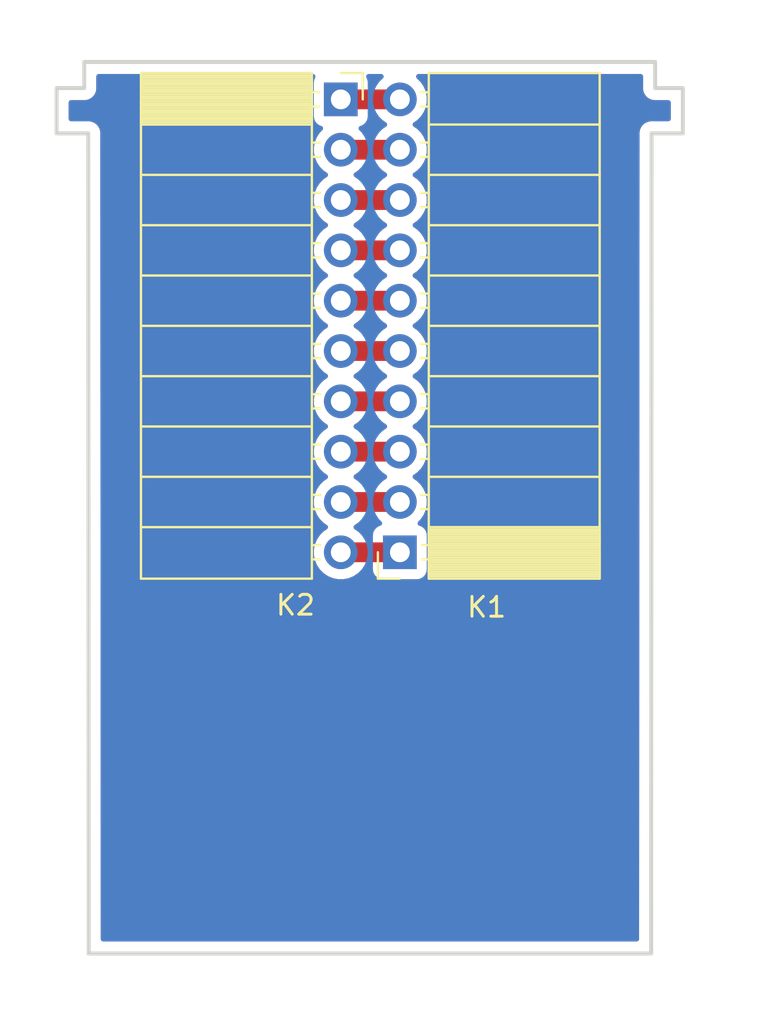
<source format=kicad_pcb>
(kicad_pcb (version 20171130) (host pcbnew "(5.1.8)-1")

  (general
    (thickness 1.6)
    (drawings 15)
    (tracks 10)
    (zones 0)
    (modules 2)
    (nets 11)
  )

  (page A4)
  (layers
    (0 F.Cu signal)
    (31 B.Cu signal)
    (32 B.Adhes user)
    (33 F.Adhes user)
    (34 B.Paste user)
    (35 F.Paste user)
    (36 B.SilkS user)
    (37 F.SilkS user)
    (38 B.Mask user)
    (39 F.Mask user)
    (40 Dwgs.User user)
    (41 Cmts.User user)
    (42 Eco1.User user)
    (43 Eco2.User user)
    (44 Edge.Cuts user)
    (45 Margin user)
    (46 B.CrtYd user)
    (47 F.CrtYd user)
    (48 B.Fab user)
    (49 F.Fab user hide)
  )

  (setup
    (last_trace_width 0.25)
    (user_trace_width 0.25)
    (user_trace_width 0.5)
    (user_trace_width 1)
    (trace_clearance 0.2)
    (zone_clearance 0.508)
    (zone_45_only no)
    (trace_min 0.2)
    (via_size 0.8)
    (via_drill 0.4)
    (via_min_size 0.4)
    (via_min_drill 0.3)
    (uvia_size 0.3)
    (uvia_drill 0.1)
    (uvias_allowed no)
    (uvia_min_size 0.2)
    (uvia_min_drill 0.1)
    (edge_width 0.1)
    (segment_width 0.2)
    (pcb_text_width 0.3)
    (pcb_text_size 1.5 1.5)
    (mod_edge_width 0.15)
    (mod_text_size 1 1)
    (mod_text_width 0.15)
    (pad_size 1.524 1.524)
    (pad_drill 0.762)
    (pad_to_mask_clearance 0)
    (aux_axis_origin 0 0)
    (visible_elements 7FFFFFFF)
    (pcbplotparams
      (layerselection 0x010fc_ffffffff)
      (usegerberextensions false)
      (usegerberattributes true)
      (usegerberadvancedattributes true)
      (creategerberjobfile true)
      (excludeedgelayer true)
      (linewidth 0.100000)
      (plotframeref false)
      (viasonmask false)
      (mode 1)
      (useauxorigin false)
      (hpglpennumber 1)
      (hpglpenspeed 20)
      (hpglpendiameter 15.000000)
      (psnegative false)
      (psa4output false)
      (plotreference true)
      (plotvalue true)
      (plotinvisibletext false)
      (padsonsilk false)
      (subtractmaskfromsilk false)
      (outputformat 1)
      (mirror false)
      (drillshape 1)
      (scaleselection 1)
      (outputdirectory ""))
  )

  (net 0 "")
  (net 1 "Net-(K1-Pad10)")
  (net 2 "Net-(K1-Pad9)")
  (net 3 "Net-(K1-Pad8)")
  (net 4 "Net-(K1-Pad7)")
  (net 5 "Net-(K1-Pad6)")
  (net 6 "Net-(K1-Pad5)")
  (net 7 "Net-(K1-Pad4)")
  (net 8 "Net-(K1-Pad3)")
  (net 9 "Net-(K1-Pad2)")
  (net 10 "Net-(K1-Pad1)")

  (net_class Default "Dies ist die voreingestellte Netzklasse."
    (clearance 0.2)
    (trace_width 0.25)
    (via_dia 0.8)
    (via_drill 0.4)
    (uvia_dia 0.3)
    (uvia_drill 0.1)
    (add_net "Net-(K1-Pad1)")
    (add_net "Net-(K1-Pad10)")
    (add_net "Net-(K1-Pad2)")
    (add_net "Net-(K1-Pad3)")
    (add_net "Net-(K1-Pad4)")
    (add_net "Net-(K1-Pad5)")
    (add_net "Net-(K1-Pad6)")
    (add_net "Net-(K1-Pad7)")
    (add_net "Net-(K1-Pad8)")
    (add_net "Net-(K1-Pad9)")
  )

  (module Connector_PinSocket_2.54mm:PinSocket_1x10_P2.54mm_Horizontal (layer F.Cu) (tedit 5A19A425) (tstamp 617030C4)
    (at 65.405 27.4955)
    (descr "Through hole angled socket strip, 1x10, 2.54mm pitch, 8.51mm socket length, single row (from Kicad 4.0.7), script generated")
    (tags "Through hole angled socket strip THT 1x10 2.54mm single row")
    (path /6169A75F)
    (fp_text reference K2 (at -2.286 25.527) (layer F.SilkS)
      (effects (font (size 1 1) (thickness 0.15)))
    )
    (fp_text value Conn_01x10 (at -5.1435 -2.794) (layer F.Fab)
      (effects (font (size 1 1) (thickness 0.15)))
    )
    (fp_line (start 1.75 24.65) (end 1.75 -1.75) (layer F.CrtYd) (width 0.05))
    (fp_line (start -10.55 24.65) (end 1.75 24.65) (layer F.CrtYd) (width 0.05))
    (fp_line (start -10.55 -1.75) (end -10.55 24.65) (layer F.CrtYd) (width 0.05))
    (fp_line (start 1.75 -1.75) (end -10.55 -1.75) (layer F.CrtYd) (width 0.05))
    (fp_line (start 0 -1.33) (end 1.11 -1.33) (layer F.SilkS) (width 0.12))
    (fp_line (start 1.11 -1.33) (end 1.11 0) (layer F.SilkS) (width 0.12))
    (fp_line (start -10.09 -1.33) (end -10.09 24.19) (layer F.SilkS) (width 0.12))
    (fp_line (start -10.09 24.19) (end -1.46 24.19) (layer F.SilkS) (width 0.12))
    (fp_line (start -1.46 -1.33) (end -1.46 24.19) (layer F.SilkS) (width 0.12))
    (fp_line (start -10.09 -1.33) (end -1.46 -1.33) (layer F.SilkS) (width 0.12))
    (fp_line (start -10.09 21.59) (end -1.46 21.59) (layer F.SilkS) (width 0.12))
    (fp_line (start -10.09 19.05) (end -1.46 19.05) (layer F.SilkS) (width 0.12))
    (fp_line (start -10.09 16.51) (end -1.46 16.51) (layer F.SilkS) (width 0.12))
    (fp_line (start -10.09 13.97) (end -1.46 13.97) (layer F.SilkS) (width 0.12))
    (fp_line (start -10.09 11.43) (end -1.46 11.43) (layer F.SilkS) (width 0.12))
    (fp_line (start -10.09 8.89) (end -1.46 8.89) (layer F.SilkS) (width 0.12))
    (fp_line (start -10.09 6.35) (end -1.46 6.35) (layer F.SilkS) (width 0.12))
    (fp_line (start -10.09 3.81) (end -1.46 3.81) (layer F.SilkS) (width 0.12))
    (fp_line (start -10.09 1.27) (end -1.46 1.27) (layer F.SilkS) (width 0.12))
    (fp_line (start -1.46 23.22) (end -1.05 23.22) (layer F.SilkS) (width 0.12))
    (fp_line (start -1.46 22.5) (end -1.05 22.5) (layer F.SilkS) (width 0.12))
    (fp_line (start -1.46 20.68) (end -1.05 20.68) (layer F.SilkS) (width 0.12))
    (fp_line (start -1.46 19.96) (end -1.05 19.96) (layer F.SilkS) (width 0.12))
    (fp_line (start -1.46 18.14) (end -1.05 18.14) (layer F.SilkS) (width 0.12))
    (fp_line (start -1.46 17.42) (end -1.05 17.42) (layer F.SilkS) (width 0.12))
    (fp_line (start -1.46 15.6) (end -1.05 15.6) (layer F.SilkS) (width 0.12))
    (fp_line (start -1.46 14.88) (end -1.05 14.88) (layer F.SilkS) (width 0.12))
    (fp_line (start -1.46 13.06) (end -1.05 13.06) (layer F.SilkS) (width 0.12))
    (fp_line (start -1.46 12.34) (end -1.05 12.34) (layer F.SilkS) (width 0.12))
    (fp_line (start -1.46 10.52) (end -1.05 10.52) (layer F.SilkS) (width 0.12))
    (fp_line (start -1.46 9.8) (end -1.05 9.8) (layer F.SilkS) (width 0.12))
    (fp_line (start -1.46 7.98) (end -1.05 7.98) (layer F.SilkS) (width 0.12))
    (fp_line (start -1.46 7.26) (end -1.05 7.26) (layer F.SilkS) (width 0.12))
    (fp_line (start -1.46 5.44) (end -1.05 5.44) (layer F.SilkS) (width 0.12))
    (fp_line (start -1.46 4.72) (end -1.05 4.72) (layer F.SilkS) (width 0.12))
    (fp_line (start -1.46 2.9) (end -1.05 2.9) (layer F.SilkS) (width 0.12))
    (fp_line (start -1.46 2.18) (end -1.05 2.18) (layer F.SilkS) (width 0.12))
    (fp_line (start -1.46 0.36) (end -1.11 0.36) (layer F.SilkS) (width 0.12))
    (fp_line (start -1.46 -0.36) (end -1.11 -0.36) (layer F.SilkS) (width 0.12))
    (fp_line (start -10.09 1.1519) (end -1.46 1.1519) (layer F.SilkS) (width 0.12))
    (fp_line (start -10.09 1.033805) (end -1.46 1.033805) (layer F.SilkS) (width 0.12))
    (fp_line (start -10.09 0.91571) (end -1.46 0.91571) (layer F.SilkS) (width 0.12))
    (fp_line (start -10.09 0.797615) (end -1.46 0.797615) (layer F.SilkS) (width 0.12))
    (fp_line (start -10.09 0.67952) (end -1.46 0.67952) (layer F.SilkS) (width 0.12))
    (fp_line (start -10.09 0.561425) (end -1.46 0.561425) (layer F.SilkS) (width 0.12))
    (fp_line (start -10.09 0.44333) (end -1.46 0.44333) (layer F.SilkS) (width 0.12))
    (fp_line (start -10.09 0.325235) (end -1.46 0.325235) (layer F.SilkS) (width 0.12))
    (fp_line (start -10.09 0.20714) (end -1.46 0.20714) (layer F.SilkS) (width 0.12))
    (fp_line (start -10.09 0.089045) (end -1.46 0.089045) (layer F.SilkS) (width 0.12))
    (fp_line (start -10.09 -0.02905) (end -1.46 -0.02905) (layer F.SilkS) (width 0.12))
    (fp_line (start -10.09 -0.147145) (end -1.46 -0.147145) (layer F.SilkS) (width 0.12))
    (fp_line (start -10.09 -0.26524) (end -1.46 -0.26524) (layer F.SilkS) (width 0.12))
    (fp_line (start -10.09 -0.383335) (end -1.46 -0.383335) (layer F.SilkS) (width 0.12))
    (fp_line (start -10.09 -0.50143) (end -1.46 -0.50143) (layer F.SilkS) (width 0.12))
    (fp_line (start -10.09 -0.619525) (end -1.46 -0.619525) (layer F.SilkS) (width 0.12))
    (fp_line (start -10.09 -0.73762) (end -1.46 -0.73762) (layer F.SilkS) (width 0.12))
    (fp_line (start -10.09 -0.855715) (end -1.46 -0.855715) (layer F.SilkS) (width 0.12))
    (fp_line (start -10.09 -0.97381) (end -1.46 -0.97381) (layer F.SilkS) (width 0.12))
    (fp_line (start -10.09 -1.091905) (end -1.46 -1.091905) (layer F.SilkS) (width 0.12))
    (fp_line (start -10.09 -1.21) (end -1.46 -1.21) (layer F.SilkS) (width 0.12))
    (fp_line (start 0 23.16) (end 0 22.56) (layer F.Fab) (width 0.1))
    (fp_line (start -1.52 23.16) (end 0 23.16) (layer F.Fab) (width 0.1))
    (fp_line (start 0 22.56) (end -1.52 22.56) (layer F.Fab) (width 0.1))
    (fp_line (start 0 20.62) (end 0 20.02) (layer F.Fab) (width 0.1))
    (fp_line (start -1.52 20.62) (end 0 20.62) (layer F.Fab) (width 0.1))
    (fp_line (start 0 20.02) (end -1.52 20.02) (layer F.Fab) (width 0.1))
    (fp_line (start 0 18.08) (end 0 17.48) (layer F.Fab) (width 0.1))
    (fp_line (start -1.52 18.08) (end 0 18.08) (layer F.Fab) (width 0.1))
    (fp_line (start 0 17.48) (end -1.52 17.48) (layer F.Fab) (width 0.1))
    (fp_line (start 0 15.54) (end 0 14.94) (layer F.Fab) (width 0.1))
    (fp_line (start -1.52 15.54) (end 0 15.54) (layer F.Fab) (width 0.1))
    (fp_line (start 0 14.94) (end -1.52 14.94) (layer F.Fab) (width 0.1))
    (fp_line (start 0 13) (end 0 12.4) (layer F.Fab) (width 0.1))
    (fp_line (start -1.52 13) (end 0 13) (layer F.Fab) (width 0.1))
    (fp_line (start 0 12.4) (end -1.52 12.4) (layer F.Fab) (width 0.1))
    (fp_line (start 0 10.46) (end 0 9.86) (layer F.Fab) (width 0.1))
    (fp_line (start -1.52 10.46) (end 0 10.46) (layer F.Fab) (width 0.1))
    (fp_line (start 0 9.86) (end -1.52 9.86) (layer F.Fab) (width 0.1))
    (fp_line (start 0 7.92) (end 0 7.32) (layer F.Fab) (width 0.1))
    (fp_line (start -1.52 7.92) (end 0 7.92) (layer F.Fab) (width 0.1))
    (fp_line (start 0 7.32) (end -1.52 7.32) (layer F.Fab) (width 0.1))
    (fp_line (start 0 5.38) (end 0 4.78) (layer F.Fab) (width 0.1))
    (fp_line (start -1.52 5.38) (end 0 5.38) (layer F.Fab) (width 0.1))
    (fp_line (start 0 4.78) (end -1.52 4.78) (layer F.Fab) (width 0.1))
    (fp_line (start 0 2.84) (end 0 2.24) (layer F.Fab) (width 0.1))
    (fp_line (start -1.52 2.84) (end 0 2.84) (layer F.Fab) (width 0.1))
    (fp_line (start 0 2.24) (end -1.52 2.24) (layer F.Fab) (width 0.1))
    (fp_line (start 0 0.3) (end 0 -0.3) (layer F.Fab) (width 0.1))
    (fp_line (start -1.52 0.3) (end 0 0.3) (layer F.Fab) (width 0.1))
    (fp_line (start 0 -0.3) (end -1.52 -0.3) (layer F.Fab) (width 0.1))
    (fp_line (start -10.03 24.13) (end -10.03 -1.27) (layer F.Fab) (width 0.1))
    (fp_line (start -1.52 24.13) (end -10.03 24.13) (layer F.Fab) (width 0.1))
    (fp_line (start -1.52 -0.3) (end -1.52 24.13) (layer F.Fab) (width 0.1))
    (fp_line (start -2.49 -1.27) (end -1.52 -0.3) (layer F.Fab) (width 0.1))
    (fp_line (start -10.03 -1.27) (end -2.49 -1.27) (layer F.Fab) (width 0.1))
    (fp_text user %R (at -5.775 11.43 90) (layer F.Fab)
      (effects (font (size 1 1) (thickness 0.15)))
    )
    (pad 10 thru_hole oval (at 0 22.86) (size 1.7 1.7) (drill 1) (layers *.Cu *.Mask)
      (net 10 "Net-(K1-Pad1)"))
    (pad 9 thru_hole oval (at 0 20.32) (size 1.7 1.7) (drill 1) (layers *.Cu *.Mask)
      (net 9 "Net-(K1-Pad2)"))
    (pad 8 thru_hole oval (at 0 17.78) (size 1.7 1.7) (drill 1) (layers *.Cu *.Mask)
      (net 8 "Net-(K1-Pad3)"))
    (pad 7 thru_hole oval (at 0 15.24) (size 1.7 1.7) (drill 1) (layers *.Cu *.Mask)
      (net 7 "Net-(K1-Pad4)"))
    (pad 6 thru_hole oval (at 0 12.7) (size 1.7 1.7) (drill 1) (layers *.Cu *.Mask)
      (net 6 "Net-(K1-Pad5)"))
    (pad 5 thru_hole oval (at 0 10.16) (size 1.7 1.7) (drill 1) (layers *.Cu *.Mask)
      (net 5 "Net-(K1-Pad6)"))
    (pad 4 thru_hole oval (at 0 7.62) (size 1.7 1.7) (drill 1) (layers *.Cu *.Mask)
      (net 4 "Net-(K1-Pad7)"))
    (pad 3 thru_hole oval (at 0 5.08) (size 1.7 1.7) (drill 1) (layers *.Cu *.Mask)
      (net 3 "Net-(K1-Pad8)"))
    (pad 2 thru_hole oval (at 0 2.54) (size 1.7 1.7) (drill 1) (layers *.Cu *.Mask)
      (net 2 "Net-(K1-Pad9)"))
    (pad 1 thru_hole rect (at 0 0) (size 1.7 1.7) (drill 1) (layers *.Cu *.Mask)
      (net 1 "Net-(K1-Pad10)"))
    (model ${KISYS3DMOD}/Connector_PinSocket_2.54mm.3dshapes/PinSocket_1x10_P2.54mm_Horizontal.wrl
      (at (xyz 0 0 0))
      (scale (xyz 1 1 1))
      (rotate (xyz 0 0 0))
    )
  )

  (module Connector_PinSocket_2.54mm:PinSocket_1x10_P2.54mm_Horizontal (layer F.Cu) (tedit 5A19A425) (tstamp 61703056)
    (at 68.3895 50.3555 180)
    (descr "Through hole angled socket strip, 1x10, 2.54mm pitch, 8.51mm socket length, single row (from Kicad 4.0.7), script generated")
    (tags "Through hole angled socket strip THT 1x10 2.54mm single row")
    (path /6168CA93)
    (fp_text reference K1 (at -4.38 -2.77) (layer F.SilkS)
      (effects (font (size 1 1) (thickness 0.15)))
    )
    (fp_text value Conn_01x10 (at -4.38 25.63) (layer F.Fab)
      (effects (font (size 1 1) (thickness 0.15)))
    )
    (fp_line (start 1.75 24.65) (end 1.75 -1.75) (layer F.CrtYd) (width 0.05))
    (fp_line (start -10.55 24.65) (end 1.75 24.65) (layer F.CrtYd) (width 0.05))
    (fp_line (start -10.55 -1.75) (end -10.55 24.65) (layer F.CrtYd) (width 0.05))
    (fp_line (start 1.75 -1.75) (end -10.55 -1.75) (layer F.CrtYd) (width 0.05))
    (fp_line (start 0 -1.33) (end 1.11 -1.33) (layer F.SilkS) (width 0.12))
    (fp_line (start 1.11 -1.33) (end 1.11 0) (layer F.SilkS) (width 0.12))
    (fp_line (start -10.09 -1.33) (end -10.09 24.19) (layer F.SilkS) (width 0.12))
    (fp_line (start -10.09 24.19) (end -1.46 24.19) (layer F.SilkS) (width 0.12))
    (fp_line (start -1.46 -1.33) (end -1.46 24.19) (layer F.SilkS) (width 0.12))
    (fp_line (start -10.09 -1.33) (end -1.46 -1.33) (layer F.SilkS) (width 0.12))
    (fp_line (start -10.09 21.59) (end -1.46 21.59) (layer F.SilkS) (width 0.12))
    (fp_line (start -10.09 19.05) (end -1.46 19.05) (layer F.SilkS) (width 0.12))
    (fp_line (start -10.09 16.51) (end -1.46 16.51) (layer F.SilkS) (width 0.12))
    (fp_line (start -10.09 13.97) (end -1.46 13.97) (layer F.SilkS) (width 0.12))
    (fp_line (start -10.09 11.43) (end -1.46 11.43) (layer F.SilkS) (width 0.12))
    (fp_line (start -10.09 8.89) (end -1.46 8.89) (layer F.SilkS) (width 0.12))
    (fp_line (start -10.09 6.35) (end -1.46 6.35) (layer F.SilkS) (width 0.12))
    (fp_line (start -10.09 3.81) (end -1.46 3.81) (layer F.SilkS) (width 0.12))
    (fp_line (start -10.09 1.27) (end -1.46 1.27) (layer F.SilkS) (width 0.12))
    (fp_line (start -1.46 23.22) (end -1.05 23.22) (layer F.SilkS) (width 0.12))
    (fp_line (start -1.46 22.5) (end -1.05 22.5) (layer F.SilkS) (width 0.12))
    (fp_line (start -1.46 20.68) (end -1.05 20.68) (layer F.SilkS) (width 0.12))
    (fp_line (start -1.46 19.96) (end -1.05 19.96) (layer F.SilkS) (width 0.12))
    (fp_line (start -1.46 18.14) (end -1.05 18.14) (layer F.SilkS) (width 0.12))
    (fp_line (start -1.46 17.42) (end -1.05 17.42) (layer F.SilkS) (width 0.12))
    (fp_line (start -1.46 15.6) (end -1.05 15.6) (layer F.SilkS) (width 0.12))
    (fp_line (start -1.46 14.88) (end -1.05 14.88) (layer F.SilkS) (width 0.12))
    (fp_line (start -1.46 13.06) (end -1.05 13.06) (layer F.SilkS) (width 0.12))
    (fp_line (start -1.46 12.34) (end -1.05 12.34) (layer F.SilkS) (width 0.12))
    (fp_line (start -1.46 10.52) (end -1.05 10.52) (layer F.SilkS) (width 0.12))
    (fp_line (start -1.46 9.8) (end -1.05 9.8) (layer F.SilkS) (width 0.12))
    (fp_line (start -1.46 7.98) (end -1.05 7.98) (layer F.SilkS) (width 0.12))
    (fp_line (start -1.46 7.26) (end -1.05 7.26) (layer F.SilkS) (width 0.12))
    (fp_line (start -1.46 5.44) (end -1.05 5.44) (layer F.SilkS) (width 0.12))
    (fp_line (start -1.46 4.72) (end -1.05 4.72) (layer F.SilkS) (width 0.12))
    (fp_line (start -1.46 2.9) (end -1.05 2.9) (layer F.SilkS) (width 0.12))
    (fp_line (start -1.46 2.18) (end -1.05 2.18) (layer F.SilkS) (width 0.12))
    (fp_line (start -1.46 0.36) (end -1.11 0.36) (layer F.SilkS) (width 0.12))
    (fp_line (start -1.46 -0.36) (end -1.11 -0.36) (layer F.SilkS) (width 0.12))
    (fp_line (start -10.09 1.1519) (end -1.46 1.1519) (layer F.SilkS) (width 0.12))
    (fp_line (start -10.09 1.033805) (end -1.46 1.033805) (layer F.SilkS) (width 0.12))
    (fp_line (start -10.09 0.91571) (end -1.46 0.91571) (layer F.SilkS) (width 0.12))
    (fp_line (start -10.09 0.797615) (end -1.46 0.797615) (layer F.SilkS) (width 0.12))
    (fp_line (start -10.09 0.67952) (end -1.46 0.67952) (layer F.SilkS) (width 0.12))
    (fp_line (start -10.09 0.561425) (end -1.46 0.561425) (layer F.SilkS) (width 0.12))
    (fp_line (start -10.09 0.44333) (end -1.46 0.44333) (layer F.SilkS) (width 0.12))
    (fp_line (start -10.09 0.325235) (end -1.46 0.325235) (layer F.SilkS) (width 0.12))
    (fp_line (start -10.09 0.20714) (end -1.46 0.20714) (layer F.SilkS) (width 0.12))
    (fp_line (start -10.09 0.089045) (end -1.46 0.089045) (layer F.SilkS) (width 0.12))
    (fp_line (start -10.09 -0.02905) (end -1.46 -0.02905) (layer F.SilkS) (width 0.12))
    (fp_line (start -10.09 -0.147145) (end -1.46 -0.147145) (layer F.SilkS) (width 0.12))
    (fp_line (start -10.09 -0.26524) (end -1.46 -0.26524) (layer F.SilkS) (width 0.12))
    (fp_line (start -10.09 -0.383335) (end -1.46 -0.383335) (layer F.SilkS) (width 0.12))
    (fp_line (start -10.09 -0.50143) (end -1.46 -0.50143) (layer F.SilkS) (width 0.12))
    (fp_line (start -10.09 -0.619525) (end -1.46 -0.619525) (layer F.SilkS) (width 0.12))
    (fp_line (start -10.09 -0.73762) (end -1.46 -0.73762) (layer F.SilkS) (width 0.12))
    (fp_line (start -10.09 -0.855715) (end -1.46 -0.855715) (layer F.SilkS) (width 0.12))
    (fp_line (start -10.09 -0.97381) (end -1.46 -0.97381) (layer F.SilkS) (width 0.12))
    (fp_line (start -10.09 -1.091905) (end -1.46 -1.091905) (layer F.SilkS) (width 0.12))
    (fp_line (start -10.09 -1.21) (end -1.46 -1.21) (layer F.SilkS) (width 0.12))
    (fp_line (start 0 23.16) (end 0 22.56) (layer F.Fab) (width 0.1))
    (fp_line (start -1.52 23.16) (end 0 23.16) (layer F.Fab) (width 0.1))
    (fp_line (start 0 22.56) (end -1.52 22.56) (layer F.Fab) (width 0.1))
    (fp_line (start 0 20.62) (end 0 20.02) (layer F.Fab) (width 0.1))
    (fp_line (start -1.52 20.62) (end 0 20.62) (layer F.Fab) (width 0.1))
    (fp_line (start 0 20.02) (end -1.52 20.02) (layer F.Fab) (width 0.1))
    (fp_line (start 0 18.08) (end 0 17.48) (layer F.Fab) (width 0.1))
    (fp_line (start -1.52 18.08) (end 0 18.08) (layer F.Fab) (width 0.1))
    (fp_line (start 0 17.48) (end -1.52 17.48) (layer F.Fab) (width 0.1))
    (fp_line (start 0 15.54) (end 0 14.94) (layer F.Fab) (width 0.1))
    (fp_line (start -1.52 15.54) (end 0 15.54) (layer F.Fab) (width 0.1))
    (fp_line (start 0 14.94) (end -1.52 14.94) (layer F.Fab) (width 0.1))
    (fp_line (start 0 13) (end 0 12.4) (layer F.Fab) (width 0.1))
    (fp_line (start -1.52 13) (end 0 13) (layer F.Fab) (width 0.1))
    (fp_line (start 0 12.4) (end -1.52 12.4) (layer F.Fab) (width 0.1))
    (fp_line (start 0 10.46) (end 0 9.86) (layer F.Fab) (width 0.1))
    (fp_line (start -1.52 10.46) (end 0 10.46) (layer F.Fab) (width 0.1))
    (fp_line (start 0 9.86) (end -1.52 9.86) (layer F.Fab) (width 0.1))
    (fp_line (start 0 7.92) (end 0 7.32) (layer F.Fab) (width 0.1))
    (fp_line (start -1.52 7.92) (end 0 7.92) (layer F.Fab) (width 0.1))
    (fp_line (start 0 7.32) (end -1.52 7.32) (layer F.Fab) (width 0.1))
    (fp_line (start 0 5.38) (end 0 4.78) (layer F.Fab) (width 0.1))
    (fp_line (start -1.52 5.38) (end 0 5.38) (layer F.Fab) (width 0.1))
    (fp_line (start 0 4.78) (end -1.52 4.78) (layer F.Fab) (width 0.1))
    (fp_line (start 0 2.84) (end 0 2.24) (layer F.Fab) (width 0.1))
    (fp_line (start -1.52 2.84) (end 0 2.84) (layer F.Fab) (width 0.1))
    (fp_line (start 0 2.24) (end -1.52 2.24) (layer F.Fab) (width 0.1))
    (fp_line (start 0 0.3) (end 0 -0.3) (layer F.Fab) (width 0.1))
    (fp_line (start -1.52 0.3) (end 0 0.3) (layer F.Fab) (width 0.1))
    (fp_line (start 0 -0.3) (end -1.52 -0.3) (layer F.Fab) (width 0.1))
    (fp_line (start -10.03 24.13) (end -10.03 -1.27) (layer F.Fab) (width 0.1))
    (fp_line (start -1.52 24.13) (end -10.03 24.13) (layer F.Fab) (width 0.1))
    (fp_line (start -1.52 -0.3) (end -1.52 24.13) (layer F.Fab) (width 0.1))
    (fp_line (start -2.49 -1.27) (end -1.52 -0.3) (layer F.Fab) (width 0.1))
    (fp_line (start -10.03 -1.27) (end -2.49 -1.27) (layer F.Fab) (width 0.1))
    (fp_text user %R (at -5.775 11.43 90) (layer F.Fab)
      (effects (font (size 1 1) (thickness 0.15)))
    )
    (pad 10 thru_hole oval (at 0 22.86 180) (size 1.7 1.7) (drill 1) (layers *.Cu *.Mask)
      (net 1 "Net-(K1-Pad10)"))
    (pad 9 thru_hole oval (at 0 20.32 180) (size 1.7 1.7) (drill 1) (layers *.Cu *.Mask)
      (net 2 "Net-(K1-Pad9)"))
    (pad 8 thru_hole oval (at 0 17.78 180) (size 1.7 1.7) (drill 1) (layers *.Cu *.Mask)
      (net 3 "Net-(K1-Pad8)"))
    (pad 7 thru_hole oval (at 0 15.24 180) (size 1.7 1.7) (drill 1) (layers *.Cu *.Mask)
      (net 4 "Net-(K1-Pad7)"))
    (pad 6 thru_hole oval (at 0 12.7 180) (size 1.7 1.7) (drill 1) (layers *.Cu *.Mask)
      (net 5 "Net-(K1-Pad6)"))
    (pad 5 thru_hole oval (at 0 10.16 180) (size 1.7 1.7) (drill 1) (layers *.Cu *.Mask)
      (net 6 "Net-(K1-Pad5)"))
    (pad 4 thru_hole oval (at 0 7.62 180) (size 1.7 1.7) (drill 1) (layers *.Cu *.Mask)
      (net 7 "Net-(K1-Pad4)"))
    (pad 3 thru_hole oval (at 0 5.08 180) (size 1.7 1.7) (drill 1) (layers *.Cu *.Mask)
      (net 8 "Net-(K1-Pad3)"))
    (pad 2 thru_hole oval (at 0 2.54 180) (size 1.7 1.7) (drill 1) (layers *.Cu *.Mask)
      (net 9 "Net-(K1-Pad2)"))
    (pad 1 thru_hole rect (at 0 0 180) (size 1.7 1.7) (drill 1) (layers *.Cu *.Mask)
      (net 10 "Net-(K1-Pad1)"))
    (model ${KISYS3DMOD}/Connector_PinSocket_2.54mm.3dshapes/PinSocket_1x10_P2.54mm_Horizontal.wrl
      (at (xyz 0 0 0))
      (scale (xyz 1 1 1))
      (rotate (xyz 0 0 0))
    )
  )

  (gr_line (start 51.054 29.21) (end 51.054 26.924) (layer Edge.Cuts) (width 0.2) (tstamp 618BD0F2))
  (gr_line (start 81.28 26.8986) (end 50.5714 26.8986) (layer F.Fab) (width 0.15))
  (gr_line (start 51.054 26.924) (end 52.451 26.924) (layer Edge.Cuts) (width 0.2) (tstamp 618BD098))
  (gr_line (start 52.451 25.607) (end 52.451 26.924) (layer Edge.Cuts) (width 0.2) (tstamp 618BD090))
  (gr_line (start 81.09966 29.21) (end 82.677 29.21) (layer Edge.Cuts) (width 0.2))
  (gr_line (start 81.28 26.924) (end 82.677 26.924) (layer Edge.Cuts) (width 0.2))
  (gr_line (start 81.28 25.607) (end 81.28 26.924) (layer Edge.Cuts) (width 0.2))
  (gr_line (start 52.705 37.465) (end 55.245 37.465) (layer F.Fab) (width 0.15))
  (gr_line (start 81.0895 38.1) (end 78.5495 38.1) (layer F.Fab) (width 0.15))
  (gr_line (start 52.677 70.607001) (end 81.077 70.607) (layer Edge.Cuts) (width 0.2))
  (gr_line (start 81.28 25.607) (end 52.451 25.607) (layer Edge.Cuts) (width 0.2))
  (gr_line (start 81.077 70.607) (end 81.09966 29.21) (layer Edge.Cuts) (width 0.2))
  (gr_line (start 52.677 70.607001) (end 52.654 29.21) (layer Edge.Cuts) (width 0.2))
  (gr_line (start 52.654 29.21) (end 51.054 29.21) (layer Edge.Cuts) (width 0.2))
  (gr_line (start 82.677 29.21) (end 82.677 26.924) (layer Edge.Cuts) (width 0.2))

  (segment (start 68.3895 27.4955) (end 65.405 27.4955) (width 1) (layer F.Cu) (net 1))
  (segment (start 68.3895 30.0355) (end 65.405 30.0355) (width 1) (layer F.Cu) (net 2))
  (segment (start 65.405 32.5755) (end 68.3895 32.5755) (width 1) (layer F.Cu) (net 3))
  (segment (start 65.405 35.1155) (end 68.3895 35.1155) (width 1) (layer F.Cu) (net 4))
  (segment (start 68.3895 37.6555) (end 65.405 37.6555) (width 1) (layer F.Cu) (net 5))
  (segment (start 65.405 40.1955) (end 68.3895 40.1955) (width 1) (layer F.Cu) (net 6))
  (segment (start 68.3895 42.7355) (end 65.405 42.7355) (width 1) (layer F.Cu) (net 7))
  (segment (start 65.405 45.2755) (end 68.3895 45.2755) (width 1) (layer F.Cu) (net 8))
  (segment (start 65.405 47.8155) (end 68.3895 47.8155) (width 1) (layer F.Cu) (net 9))
  (segment (start 68.3895 50.3555) (end 65.405 50.3555) (width 1) (layer F.Cu) (net 10))

  (zone (net 0) (net_name "") (layer F.Cu) (tstamp 61703DD3) (hatch edge 0.508)
    (connect_pads (clearance 0.508))
    (min_thickness 0.254)
    (fill yes (arc_segments 32) (thermal_gap 0.508) (thermal_bridge_width 0.508))
    (polygon
      (pts
        (xy 86.2965 74.168) (xy 48.26 74.1045) (xy 48.1965 22.5425) (xy 85.1535 22.5425)
      )
    )
    (filled_polygon
      (pts
        (xy 63.965498 26.40132) (xy 63.929188 26.521018) (xy 63.916928 26.6455) (xy 63.916928 28.3455) (xy 63.929188 28.469982)
        (xy 63.965498 28.58968) (xy 64.024463 28.699994) (xy 64.103815 28.796685) (xy 64.200506 28.876037) (xy 64.31082 28.935002)
        (xy 64.38338 28.957013) (xy 64.251525 29.088868) (xy 64.08901 29.332089) (xy 63.977068 29.602342) (xy 63.92 29.88924)
        (xy 63.92 30.18176) (xy 63.977068 30.468658) (xy 64.08901 30.738911) (xy 64.251525 30.982132) (xy 64.458368 31.188975)
        (xy 64.63276 31.3055) (xy 64.458368 31.422025) (xy 64.251525 31.628868) (xy 64.08901 31.872089) (xy 63.977068 32.142342)
        (xy 63.92 32.42924) (xy 63.92 32.72176) (xy 63.977068 33.008658) (xy 64.08901 33.278911) (xy 64.251525 33.522132)
        (xy 64.458368 33.728975) (xy 64.63276 33.8455) (xy 64.458368 33.962025) (xy 64.251525 34.168868) (xy 64.08901 34.412089)
        (xy 63.977068 34.682342) (xy 63.92 34.96924) (xy 63.92 35.26176) (xy 63.977068 35.548658) (xy 64.08901 35.818911)
        (xy 64.251525 36.062132) (xy 64.458368 36.268975) (xy 64.63276 36.3855) (xy 64.458368 36.502025) (xy 64.251525 36.708868)
        (xy 64.08901 36.952089) (xy 63.977068 37.222342) (xy 63.92 37.50924) (xy 63.92 37.80176) (xy 63.977068 38.088658)
        (xy 64.08901 38.358911) (xy 64.251525 38.602132) (xy 64.458368 38.808975) (xy 64.63276 38.9255) (xy 64.458368 39.042025)
        (xy 64.251525 39.248868) (xy 64.08901 39.492089) (xy 63.977068 39.762342) (xy 63.92 40.04924) (xy 63.92 40.34176)
        (xy 63.977068 40.628658) (xy 64.08901 40.898911) (xy 64.251525 41.142132) (xy 64.458368 41.348975) (xy 64.63276 41.4655)
        (xy 64.458368 41.582025) (xy 64.251525 41.788868) (xy 64.08901 42.032089) (xy 63.977068 42.302342) (xy 63.92 42.58924)
        (xy 63.92 42.88176) (xy 63.977068 43.168658) (xy 64.08901 43.438911) (xy 64.251525 43.682132) (xy 64.458368 43.888975)
        (xy 64.63276 44.0055) (xy 64.458368 44.122025) (xy 64.251525 44.328868) (xy 64.08901 44.572089) (xy 63.977068 44.842342)
        (xy 63.92 45.12924) (xy 63.92 45.42176) (xy 63.977068 45.708658) (xy 64.08901 45.978911) (xy 64.251525 46.222132)
        (xy 64.458368 46.428975) (xy 64.63276 46.5455) (xy 64.458368 46.662025) (xy 64.251525 46.868868) (xy 64.08901 47.112089)
        (xy 63.977068 47.382342) (xy 63.92 47.66924) (xy 63.92 47.96176) (xy 63.977068 48.248658) (xy 64.08901 48.518911)
        (xy 64.251525 48.762132) (xy 64.458368 48.968975) (xy 64.63276 49.0855) (xy 64.458368 49.202025) (xy 64.251525 49.408868)
        (xy 64.08901 49.652089) (xy 63.977068 49.922342) (xy 63.92 50.20924) (xy 63.92 50.50176) (xy 63.977068 50.788658)
        (xy 64.08901 51.058911) (xy 64.251525 51.302132) (xy 64.458368 51.508975) (xy 64.701589 51.67149) (xy 64.971842 51.783432)
        (xy 65.25874 51.8405) (xy 65.55126 51.8405) (xy 65.838158 51.783432) (xy 66.108411 51.67149) (xy 66.351632 51.508975)
        (xy 66.370107 51.4905) (xy 66.971817 51.4905) (xy 67.008963 51.559994) (xy 67.088315 51.656685) (xy 67.185006 51.736037)
        (xy 67.29532 51.795002) (xy 67.415018 51.831312) (xy 67.5395 51.843572) (xy 69.2395 51.843572) (xy 69.363982 51.831312)
        (xy 69.48368 51.795002) (xy 69.593994 51.736037) (xy 69.690685 51.656685) (xy 69.770037 51.559994) (xy 69.829002 51.44968)
        (xy 69.865312 51.329982) (xy 69.877572 51.2055) (xy 69.877572 49.5055) (xy 69.865312 49.381018) (xy 69.829002 49.26132)
        (xy 69.770037 49.151006) (xy 69.690685 49.054315) (xy 69.593994 48.974963) (xy 69.48368 48.915998) (xy 69.41112 48.893987)
        (xy 69.542975 48.762132) (xy 69.70549 48.518911) (xy 69.817432 48.248658) (xy 69.8745 47.96176) (xy 69.8745 47.66924)
        (xy 69.817432 47.382342) (xy 69.70549 47.112089) (xy 69.542975 46.868868) (xy 69.336132 46.662025) (xy 69.16174 46.5455)
        (xy 69.336132 46.428975) (xy 69.542975 46.222132) (xy 69.70549 45.978911) (xy 69.817432 45.708658) (xy 69.8745 45.42176)
        (xy 69.8745 45.12924) (xy 69.817432 44.842342) (xy 69.70549 44.572089) (xy 69.542975 44.328868) (xy 69.336132 44.122025)
        (xy 69.16174 44.0055) (xy 69.336132 43.888975) (xy 69.542975 43.682132) (xy 69.70549 43.438911) (xy 69.817432 43.168658)
        (xy 69.8745 42.88176) (xy 69.8745 42.58924) (xy 69.817432 42.302342) (xy 69.70549 42.032089) (xy 69.542975 41.788868)
        (xy 69.336132 41.582025) (xy 69.16174 41.4655) (xy 69.336132 41.348975) (xy 69.542975 41.142132) (xy 69.70549 40.898911)
        (xy 69.817432 40.628658) (xy 69.8745 40.34176) (xy 69.8745 40.04924) (xy 69.817432 39.762342) (xy 69.70549 39.492089)
        (xy 69.542975 39.248868) (xy 69.336132 39.042025) (xy 69.16174 38.9255) (xy 69.336132 38.808975) (xy 69.542975 38.602132)
        (xy 69.70549 38.358911) (xy 69.817432 38.088658) (xy 69.8745 37.80176) (xy 69.8745 37.50924) (xy 69.817432 37.222342)
        (xy 69.70549 36.952089) (xy 69.542975 36.708868) (xy 69.336132 36.502025) (xy 69.16174 36.3855) (xy 69.336132 36.268975)
        (xy 69.542975 36.062132) (xy 69.70549 35.818911) (xy 69.817432 35.548658) (xy 69.8745 35.26176) (xy 69.8745 34.96924)
        (xy 69.817432 34.682342) (xy 69.70549 34.412089) (xy 69.542975 34.168868) (xy 69.336132 33.962025) (xy 69.16174 33.8455)
        (xy 69.336132 33.728975) (xy 69.542975 33.522132) (xy 69.70549 33.278911) (xy 69.817432 33.008658) (xy 69.8745 32.72176)
        (xy 69.8745 32.42924) (xy 69.817432 32.142342) (xy 69.70549 31.872089) (xy 69.542975 31.628868) (xy 69.336132 31.422025)
        (xy 69.16174 31.3055) (xy 69.336132 31.188975) (xy 69.542975 30.982132) (xy 69.70549 30.738911) (xy 69.817432 30.468658)
        (xy 69.8745 30.18176) (xy 69.8745 29.88924) (xy 69.817432 29.602342) (xy 69.70549 29.332089) (xy 69.542975 29.088868)
        (xy 69.336132 28.882025) (xy 69.16174 28.7655) (xy 69.336132 28.648975) (xy 69.542975 28.442132) (xy 69.70549 28.198911)
        (xy 69.817432 27.928658) (xy 69.8745 27.64176) (xy 69.8745 27.34924) (xy 69.817432 27.062342) (xy 69.70549 26.792089)
        (xy 69.542975 26.548868) (xy 69.336132 26.342025) (xy 69.336095 26.342) (xy 80.545001 26.342) (xy 80.545001 26.887885)
        (xy 80.541444 26.924) (xy 80.555635 27.068085) (xy 80.597663 27.206633) (xy 80.665913 27.33432) (xy 80.757762 27.446238)
        (xy 80.86968 27.538087) (xy 80.997367 27.606337) (xy 81.135915 27.648365) (xy 81.243895 27.659) (xy 81.28 27.662556)
        (xy 81.316105 27.659) (xy 81.942001 27.659) (xy 81.942 28.475) (xy 81.135957 28.475) (xy 81.100064 28.471445)
        (xy 81.063765 28.475) (xy 81.063555 28.475) (xy 81.02631 28.478668) (xy 80.955972 28.485557) (xy 80.955782 28.485615)
        (xy 80.955575 28.485635) (xy 80.885117 28.507008) (xy 80.817401 28.527509) (xy 80.817225 28.527603) (xy 80.817027 28.527663)
        (xy 80.75209 28.562372) (xy 80.689677 28.595689) (xy 80.689523 28.595815) (xy 80.68934 28.595913) (xy 80.632449 28.642602)
        (xy 80.577708 28.687477) (xy 80.577581 28.687631) (xy 80.577422 28.687762) (xy 80.530772 28.744605) (xy 80.485798 28.799345)
        (xy 80.485704 28.79952) (xy 80.485573 28.79968) (xy 80.451045 28.864277) (xy 80.417478 28.926994) (xy 80.41742 28.927186)
        (xy 80.417323 28.927367) (xy 80.396242 28.996863) (xy 80.375374 29.065519) (xy 80.375354 29.06572) (xy 80.375295 29.065915)
        (xy 80.368196 29.137993) (xy 80.36468 29.173493) (xy 80.36468 29.173693) (xy 80.361104 29.21) (xy 80.36464 29.245906)
        (xy 80.342403 69.872) (xy 53.411591 69.872002) (xy 53.389019 29.24591) (xy 53.392556 29.21) (xy 53.388979 29.173683)
        (xy 53.388979 29.173487) (xy 53.385593 29.139302) (xy 53.378365 29.065915) (xy 53.378304 29.065713) (xy 53.378284 29.065513)
        (xy 53.357755 28.997972) (xy 53.336337 28.927367) (xy 53.336238 28.927181) (xy 53.336179 28.926988) (xy 53.302824 28.864668)
        (xy 53.268087 28.79968) (xy 53.267953 28.799517) (xy 53.267858 28.799339) (xy 53.222854 28.744564) (xy 53.176238 28.687762)
        (xy 53.176076 28.687629) (xy 53.175947 28.687472) (xy 53.121293 28.642669) (xy 53.06432 28.595913) (xy 53.064133 28.595813)
        (xy 53.063978 28.595686) (xy 53.002155 28.562685) (xy 52.936633 28.527663) (xy 52.93643 28.527601) (xy 52.936253 28.527507)
        (xy 52.869047 28.507161) (xy 52.798085 28.485635) (xy 52.797874 28.485614) (xy 52.797682 28.485556) (xy 52.727485 28.478682)
        (xy 52.690105 28.475) (xy 52.689891 28.475) (xy 52.65359 28.471445) (xy 52.617699 28.475) (xy 51.789 28.475)
        (xy 51.789 27.659) (xy 52.414895 27.659) (xy 52.451 27.662556) (xy 52.487105 27.659) (xy 52.595085 27.648365)
        (xy 52.733633 27.606337) (xy 52.86132 27.538087) (xy 52.973238 27.446238) (xy 53.065087 27.33432) (xy 53.133337 27.206633)
        (xy 53.175365 27.068085) (xy 53.189556 26.924) (xy 53.186 26.887895) (xy 53.186 26.342) (xy 63.997206 26.342)
      )
    )
    (filled_polygon
      (pts
        (xy 67.185006 48.974963) (xy 67.088315 49.054315) (xy 67.008963 49.151006) (xy 66.971817 49.2205) (xy 66.370107 49.2205)
        (xy 66.351632 49.202025) (xy 66.17724 49.0855) (xy 66.351632 48.968975) (xy 66.370107 48.9505) (xy 67.230772 48.9505)
      )
    )
    (filled_polygon
      (pts
        (xy 67.442868 46.428975) (xy 67.61726 46.5455) (xy 67.442868 46.662025) (xy 67.424393 46.6805) (xy 66.370107 46.6805)
        (xy 66.351632 46.662025) (xy 66.17724 46.5455) (xy 66.351632 46.428975) (xy 66.370107 46.4105) (xy 67.424393 46.4105)
      )
    )
    (filled_polygon
      (pts
        (xy 67.442868 43.888975) (xy 67.61726 44.0055) (xy 67.442868 44.122025) (xy 67.424393 44.1405) (xy 66.370107 44.1405)
        (xy 66.351632 44.122025) (xy 66.17724 44.0055) (xy 66.351632 43.888975) (xy 66.370107 43.8705) (xy 67.424393 43.8705)
      )
    )
    (filled_polygon
      (pts
        (xy 67.442868 41.348975) (xy 67.61726 41.4655) (xy 67.442868 41.582025) (xy 67.424393 41.6005) (xy 66.370107 41.6005)
        (xy 66.351632 41.582025) (xy 66.17724 41.4655) (xy 66.351632 41.348975) (xy 66.370107 41.3305) (xy 67.424393 41.3305)
      )
    )
    (filled_polygon
      (pts
        (xy 67.442868 38.808975) (xy 67.61726 38.9255) (xy 67.442868 39.042025) (xy 67.424393 39.0605) (xy 66.370107 39.0605)
        (xy 66.351632 39.042025) (xy 66.17724 38.9255) (xy 66.351632 38.808975) (xy 66.370107 38.7905) (xy 67.424393 38.7905)
      )
    )
    (filled_polygon
      (pts
        (xy 67.442868 36.268975) (xy 67.61726 36.3855) (xy 67.442868 36.502025) (xy 67.424393 36.5205) (xy 66.370107 36.5205)
        (xy 66.351632 36.502025) (xy 66.17724 36.3855) (xy 66.351632 36.268975) (xy 66.370107 36.2505) (xy 67.424393 36.2505)
      )
    )
    (filled_polygon
      (pts
        (xy 67.442868 33.728975) (xy 67.61726 33.8455) (xy 67.442868 33.962025) (xy 67.424393 33.9805) (xy 66.370107 33.9805)
        (xy 66.351632 33.962025) (xy 66.17724 33.8455) (xy 66.351632 33.728975) (xy 66.370107 33.7105) (xy 67.424393 33.7105)
      )
    )
    (filled_polygon
      (pts
        (xy 67.442868 31.188975) (xy 67.61726 31.3055) (xy 67.442868 31.422025) (xy 67.424393 31.4405) (xy 66.370107 31.4405)
        (xy 66.351632 31.422025) (xy 66.17724 31.3055) (xy 66.351632 31.188975) (xy 66.370107 31.1705) (xy 67.424393 31.1705)
      )
    )
    (filled_polygon
      (pts
        (xy 67.442868 28.648975) (xy 67.61726 28.7655) (xy 67.442868 28.882025) (xy 67.424393 28.9005) (xy 66.563728 28.9005)
        (xy 66.609494 28.876037) (xy 66.706185 28.796685) (xy 66.785537 28.699994) (xy 66.822683 28.6305) (xy 67.424393 28.6305)
      )
    )
    (filled_polygon
      (pts
        (xy 67.442868 26.342025) (xy 67.424393 26.3605) (xy 66.822683 26.3605) (xy 66.812794 26.342) (xy 67.442905 26.342)
      )
    )
  )
  (zone (net 0) (net_name "") (layer B.Cu) (tstamp 61703DD0) (hatch edge 0.508)
    (connect_pads (clearance 0.508))
    (min_thickness 0.254)
    (fill yes (arc_segments 32) (thermal_gap 0.508) (thermal_bridge_width 0.508))
    (polygon
      (pts
        (xy 86.4235 74.168) (xy 48.26 74.168) (xy 48.1965 22.479) (xy 85.1535 22.479)
      )
    )
    (filled_polygon
      (pts
        (xy 63.965498 26.40132) (xy 63.929188 26.521018) (xy 63.916928 26.6455) (xy 63.916928 28.3455) (xy 63.929188 28.469982)
        (xy 63.965498 28.58968) (xy 64.024463 28.699994) (xy 64.103815 28.796685) (xy 64.200506 28.876037) (xy 64.31082 28.935002)
        (xy 64.38338 28.957013) (xy 64.251525 29.088868) (xy 64.08901 29.332089) (xy 63.977068 29.602342) (xy 63.92 29.88924)
        (xy 63.92 30.18176) (xy 63.977068 30.468658) (xy 64.08901 30.738911) (xy 64.251525 30.982132) (xy 64.458368 31.188975)
        (xy 64.63276 31.3055) (xy 64.458368 31.422025) (xy 64.251525 31.628868) (xy 64.08901 31.872089) (xy 63.977068 32.142342)
        (xy 63.92 32.42924) (xy 63.92 32.72176) (xy 63.977068 33.008658) (xy 64.08901 33.278911) (xy 64.251525 33.522132)
        (xy 64.458368 33.728975) (xy 64.63276 33.8455) (xy 64.458368 33.962025) (xy 64.251525 34.168868) (xy 64.08901 34.412089)
        (xy 63.977068 34.682342) (xy 63.92 34.96924) (xy 63.92 35.26176) (xy 63.977068 35.548658) (xy 64.08901 35.818911)
        (xy 64.251525 36.062132) (xy 64.458368 36.268975) (xy 64.63276 36.3855) (xy 64.458368 36.502025) (xy 64.251525 36.708868)
        (xy 64.08901 36.952089) (xy 63.977068 37.222342) (xy 63.92 37.50924) (xy 63.92 37.80176) (xy 63.977068 38.088658)
        (xy 64.08901 38.358911) (xy 64.251525 38.602132) (xy 64.458368 38.808975) (xy 64.63276 38.9255) (xy 64.458368 39.042025)
        (xy 64.251525 39.248868) (xy 64.08901 39.492089) (xy 63.977068 39.762342) (xy 63.92 40.04924) (xy 63.92 40.34176)
        (xy 63.977068 40.628658) (xy 64.08901 40.898911) (xy 64.251525 41.142132) (xy 64.458368 41.348975) (xy 64.63276 41.4655)
        (xy 64.458368 41.582025) (xy 64.251525 41.788868) (xy 64.08901 42.032089) (xy 63.977068 42.302342) (xy 63.92 42.58924)
        (xy 63.92 42.88176) (xy 63.977068 43.168658) (xy 64.08901 43.438911) (xy 64.251525 43.682132) (xy 64.458368 43.888975)
        (xy 64.63276 44.0055) (xy 64.458368 44.122025) (xy 64.251525 44.328868) (xy 64.08901 44.572089) (xy 63.977068 44.842342)
        (xy 63.92 45.12924) (xy 63.92 45.42176) (xy 63.977068 45.708658) (xy 64.08901 45.978911) (xy 64.251525 46.222132)
        (xy 64.458368 46.428975) (xy 64.63276 46.5455) (xy 64.458368 46.662025) (xy 64.251525 46.868868) (xy 64.08901 47.112089)
        (xy 63.977068 47.382342) (xy 63.92 47.66924) (xy 63.92 47.96176) (xy 63.977068 48.248658) (xy 64.08901 48.518911)
        (xy 64.251525 48.762132) (xy 64.458368 48.968975) (xy 64.63276 49.0855) (xy 64.458368 49.202025) (xy 64.251525 49.408868)
        (xy 64.08901 49.652089) (xy 63.977068 49.922342) (xy 63.92 50.20924) (xy 63.92 50.50176) (xy 63.977068 50.788658)
        (xy 64.08901 51.058911) (xy 64.251525 51.302132) (xy 64.458368 51.508975) (xy 64.701589 51.67149) (xy 64.971842 51.783432)
        (xy 65.25874 51.8405) (xy 65.55126 51.8405) (xy 65.838158 51.783432) (xy 66.108411 51.67149) (xy 66.351632 51.508975)
        (xy 66.558475 51.302132) (xy 66.72099 51.058911) (xy 66.832932 50.788658) (xy 66.89 50.50176) (xy 66.89 50.20924)
        (xy 66.832932 49.922342) (xy 66.72099 49.652089) (xy 66.558475 49.408868) (xy 66.351632 49.202025) (xy 66.17724 49.0855)
        (xy 66.351632 48.968975) (xy 66.558475 48.762132) (xy 66.72099 48.518911) (xy 66.832932 48.248658) (xy 66.89 47.96176)
        (xy 66.89 47.66924) (xy 66.832932 47.382342) (xy 66.72099 47.112089) (xy 66.558475 46.868868) (xy 66.351632 46.662025)
        (xy 66.17724 46.5455) (xy 66.351632 46.428975) (xy 66.558475 46.222132) (xy 66.72099 45.978911) (xy 66.832932 45.708658)
        (xy 66.89 45.42176) (xy 66.89 45.12924) (xy 66.832932 44.842342) (xy 66.72099 44.572089) (xy 66.558475 44.328868)
        (xy 66.351632 44.122025) (xy 66.17724 44.0055) (xy 66.351632 43.888975) (xy 66.558475 43.682132) (xy 66.72099 43.438911)
        (xy 66.832932 43.168658) (xy 66.89 42.88176) (xy 66.89 42.58924) (xy 66.832932 42.302342) (xy 66.72099 42.032089)
        (xy 66.558475 41.788868) (xy 66.351632 41.582025) (xy 66.17724 41.4655) (xy 66.351632 41.348975) (xy 66.558475 41.142132)
        (xy 66.72099 40.898911) (xy 66.832932 40.628658) (xy 66.89 40.34176) (xy 66.89 40.04924) (xy 66.832932 39.762342)
        (xy 66.72099 39.492089) (xy 66.558475 39.248868) (xy 66.351632 39.042025) (xy 66.17724 38.9255) (xy 66.351632 38.808975)
        (xy 66.558475 38.602132) (xy 66.72099 38.358911) (xy 66.832932 38.088658) (xy 66.89 37.80176) (xy 66.89 37.50924)
        (xy 66.832932 37.222342) (xy 66.72099 36.952089) (xy 66.558475 36.708868) (xy 66.351632 36.502025) (xy 66.17724 36.3855)
        (xy 66.351632 36.268975) (xy 66.558475 36.062132) (xy 66.72099 35.818911) (xy 66.832932 35.548658) (xy 66.89 35.26176)
        (xy 66.89 34.96924) (xy 66.832932 34.682342) (xy 66.72099 34.412089) (xy 66.558475 34.168868) (xy 66.351632 33.962025)
        (xy 66.17724 33.8455) (xy 66.351632 33.728975) (xy 66.558475 33.522132) (xy 66.72099 33.278911) (xy 66.832932 33.008658)
        (xy 66.89 32.72176) (xy 66.89 32.42924) (xy 66.832932 32.142342) (xy 66.72099 31.872089) (xy 66.558475 31.628868)
        (xy 66.351632 31.422025) (xy 66.17724 31.3055) (xy 66.351632 31.188975) (xy 66.558475 30.982132) (xy 66.72099 30.738911)
        (xy 66.832932 30.468658) (xy 66.89 30.18176) (xy 66.89 29.88924) (xy 66.832932 29.602342) (xy 66.72099 29.332089)
        (xy 66.558475 29.088868) (xy 66.42662 28.957013) (xy 66.49918 28.935002) (xy 66.609494 28.876037) (xy 66.706185 28.796685)
        (xy 66.785537 28.699994) (xy 66.844502 28.58968) (xy 66.880812 28.469982) (xy 66.893072 28.3455) (xy 66.893072 26.6455)
        (xy 66.880812 26.521018) (xy 66.844502 26.40132) (xy 66.812794 26.342) (xy 67.442905 26.342) (xy 67.442868 26.342025)
        (xy 67.236025 26.548868) (xy 67.07351 26.792089) (xy 66.961568 27.062342) (xy 66.9045 27.34924) (xy 66.9045 27.64176)
        (xy 66.961568 27.928658) (xy 67.07351 28.198911) (xy 67.236025 28.442132) (xy 67.442868 28.648975) (xy 67.61726 28.7655)
        (xy 67.442868 28.882025) (xy 67.236025 29.088868) (xy 67.07351 29.332089) (xy 66.961568 29.602342) (xy 66.9045 29.88924)
        (xy 66.9045 30.18176) (xy 66.961568 30.468658) (xy 67.07351 30.738911) (xy 67.236025 30.982132) (xy 67.442868 31.188975)
        (xy 67.61726 31.3055) (xy 67.442868 31.422025) (xy 67.236025 31.628868) (xy 67.07351 31.872089) (xy 66.961568 32.142342)
        (xy 66.9045 32.42924) (xy 66.9045 32.72176) (xy 66.961568 33.008658) (xy 67.07351 33.278911) (xy 67.236025 33.522132)
        (xy 67.442868 33.728975) (xy 67.61726 33.8455) (xy 67.442868 33.962025) (xy 67.236025 34.168868) (xy 67.07351 34.412089)
        (xy 66.961568 34.682342) (xy 66.9045 34.96924) (xy 66.9045 35.26176) (xy 66.961568 35.548658) (xy 67.07351 35.818911)
        (xy 67.236025 36.062132) (xy 67.442868 36.268975) (xy 67.61726 36.3855) (xy 67.442868 36.502025) (xy 67.236025 36.708868)
        (xy 67.07351 36.952089) (xy 66.961568 37.222342) (xy 66.9045 37.50924) (xy 66.9045 37.80176) (xy 66.961568 38.088658)
        (xy 67.07351 38.358911) (xy 67.236025 38.602132) (xy 67.442868 38.808975) (xy 67.61726 38.9255) (xy 67.442868 39.042025)
        (xy 67.236025 39.248868) (xy 67.07351 39.492089) (xy 66.961568 39.762342) (xy 66.9045 40.04924) (xy 66.9045 40.34176)
        (xy 66.961568 40.628658) (xy 67.07351 40.898911) (xy 67.236025 41.142132) (xy 67.442868 41.348975) (xy 67.61726 41.4655)
        (xy 67.442868 41.582025) (xy 67.236025 41.788868) (xy 67.07351 42.032089) (xy 66.961568 42.302342) (xy 66.9045 42.58924)
        (xy 66.9045 42.88176) (xy 66.961568 43.168658) (xy 67.07351 43.438911) (xy 67.236025 43.682132) (xy 67.442868 43.888975)
        (xy 67.61726 44.0055) (xy 67.442868 44.122025) (xy 67.236025 44.328868) (xy 67.07351 44.572089) (xy 66.961568 44.842342)
        (xy 66.9045 45.12924) (xy 66.9045 45.42176) (xy 66.961568 45.708658) (xy 67.07351 45.978911) (xy 67.236025 46.222132)
        (xy 67.442868 46.428975) (xy 67.61726 46.5455) (xy 67.442868 46.662025) (xy 67.236025 46.868868) (xy 67.07351 47.112089)
        (xy 66.961568 47.382342) (xy 66.9045 47.66924) (xy 66.9045 47.96176) (xy 66.961568 48.248658) (xy 67.07351 48.518911)
        (xy 67.236025 48.762132) (xy 67.36788 48.893987) (xy 67.29532 48.915998) (xy 67.185006 48.974963) (xy 67.088315 49.054315)
        (xy 67.008963 49.151006) (xy 66.949998 49.26132) (xy 66.913688 49.381018) (xy 66.901428 49.5055) (xy 66.901428 51.2055)
        (xy 66.913688 51.329982) (xy 66.949998 51.44968) (xy 67.008963 51.559994) (xy 67.088315 51.656685) (xy 67.185006 51.736037)
        (xy 67.29532 51.795002) (xy 67.415018 51.831312) (xy 67.5395 51.843572) (xy 69.2395 51.843572) (xy 69.363982 51.831312)
        (xy 69.48368 51.795002) (xy 69.593994 51.736037) (xy 69.690685 51.656685) (xy 69.770037 51.559994) (xy 69.829002 51.44968)
        (xy 69.865312 51.329982) (xy 69.877572 51.2055) (xy 69.877572 49.5055) (xy 69.865312 49.381018) (xy 69.829002 49.26132)
        (xy 69.770037 49.151006) (xy 69.690685 49.054315) (xy 69.593994 48.974963) (xy 69.48368 48.915998) (xy 69.41112 48.893987)
        (xy 69.542975 48.762132) (xy 69.70549 48.518911) (xy 69.817432 48.248658) (xy 69.8745 47.96176) (xy 69.8745 47.66924)
        (xy 69.817432 47.382342) (xy 69.70549 47.112089) (xy 69.542975 46.868868) (xy 69.336132 46.662025) (xy 69.16174 46.5455)
        (xy 69.336132 46.428975) (xy 69.542975 46.222132) (xy 69.70549 45.978911) (xy 69.817432 45.708658) (xy 69.8745 45.42176)
        (xy 69.8745 45.12924) (xy 69.817432 44.842342) (xy 69.70549 44.572089) (xy 69.542975 44.328868) (xy 69.336132 44.122025)
        (xy 69.16174 44.0055) (xy 69.336132 43.888975) (xy 69.542975 43.682132) (xy 69.70549 43.438911) (xy 69.817432 43.168658)
        (xy 69.8745 42.88176) (xy 69.8745 42.58924) (xy 69.817432 42.302342) (xy 69.70549 42.032089) (xy 69.542975 41.788868)
        (xy 69.336132 41.582025) (xy 69.16174 41.4655) (xy 69.336132 41.348975) (xy 69.542975 41.142132) (xy 69.70549 40.898911)
        (xy 69.817432 40.628658) (xy 69.8745 40.34176) (xy 69.8745 40.04924) (xy 69.817432 39.762342) (xy 69.70549 39.492089)
        (xy 69.542975 39.248868) (xy 69.336132 39.042025) (xy 69.16174 38.9255) (xy 69.336132 38.808975) (xy 69.542975 38.602132)
        (xy 69.70549 38.358911) (xy 69.817432 38.088658) (xy 69.8745 37.80176) (xy 69.8745 37.50924) (xy 69.817432 37.222342)
        (xy 69.70549 36.952089) (xy 69.542975 36.708868) (xy 69.336132 36.502025) (xy 69.16174 36.3855) (xy 69.336132 36.268975)
        (xy 69.542975 36.062132) (xy 69.70549 35.818911) (xy 69.817432 35.548658) (xy 69.8745 35.26176) (xy 69.8745 34.96924)
        (xy 69.817432 34.682342) (xy 69.70549 34.412089) (xy 69.542975 34.168868) (xy 69.336132 33.962025) (xy 69.16174 33.8455)
        (xy 69.336132 33.728975) (xy 69.542975 33.522132) (xy 69.70549 33.278911) (xy 69.817432 33.008658) (xy 69.8745 32.72176)
        (xy 69.8745 32.42924) (xy 69.817432 32.142342) (xy 69.70549 31.872089) (xy 69.542975 31.628868) (xy 69.336132 31.422025)
        (xy 69.16174 31.3055) (xy 69.336132 31.188975) (xy 69.542975 30.982132) (xy 69.70549 30.738911) (xy 69.817432 30.468658)
        (xy 69.8745 30.18176) (xy 69.8745 29.88924) (xy 69.817432 29.602342) (xy 69.70549 29.332089) (xy 69.542975 29.088868)
        (xy 69.336132 28.882025) (xy 69.16174 28.7655) (xy 69.336132 28.648975) (xy 69.542975 28.442132) (xy 69.70549 28.198911)
        (xy 69.817432 27.928658) (xy 69.8745 27.64176) (xy 69.8745 27.34924) (xy 69.817432 27.062342) (xy 69.70549 26.792089)
        (xy 69.542975 26.548868) (xy 69.336132 26.342025) (xy 69.336095 26.342) (xy 80.545001 26.342) (xy 80.545001 26.887885)
        (xy 80.541444 26.924) (xy 80.555635 27.068085) (xy 80.597663 27.206633) (xy 80.665913 27.33432) (xy 80.757762 27.446238)
        (xy 80.86968 27.538087) (xy 80.997367 27.606337) (xy 81.135915 27.648365) (xy 81.243895 27.659) (xy 81.28 27.662556)
        (xy 81.316105 27.659) (xy 81.942001 27.659) (xy 81.942 28.475) (xy 81.135957 28.475) (xy 81.100064 28.471445)
        (xy 81.063765 28.475) (xy 81.063555 28.475) (xy 81.02631 28.478668) (xy 80.955972 28.485557) (xy 80.955782 28.485615)
        (xy 80.955575 28.485635) (xy 80.885117 28.507008) (xy 80.817401 28.527509) (xy 80.817225 28.527603) (xy 80.817027 28.527663)
        (xy 80.75209 28.562372) (xy 80.689677 28.595689) (xy 80.689523 28.595815) (xy 80.68934 28.595913) (xy 80.632449 28.642602)
        (xy 80.577708 28.687477) (xy 80.577581 28.687631) (xy 80.577422 28.687762) (xy 80.530772 28.744605) (xy 80.485798 28.799345)
        (xy 80.485704 28.79952) (xy 80.485573 28.79968) (xy 80.451045 28.864277) (xy 80.417478 28.926994) (xy 80.41742 28.927186)
        (xy 80.417323 28.927367) (xy 80.396242 28.996863) (xy 80.375374 29.065519) (xy 80.375354 29.06572) (xy 80.375295 29.065915)
        (xy 80.368196 29.137993) (xy 80.36468 29.173493) (xy 80.36468 29.173693) (xy 80.361104 29.21) (xy 80.36464 29.245906)
        (xy 80.342403 69.872) (xy 53.411591 69.872002) (xy 53.389019 29.24591) (xy 53.392556 29.21) (xy 53.388979 29.173683)
        (xy 53.388979 29.173487) (xy 53.385593 29.139302) (xy 53.378365 29.065915) (xy 53.378304 29.065713) (xy 53.378284 29.065513)
        (xy 53.357755 28.997972) (xy 53.336337 28.927367) (xy 53.336238 28.927181) (xy 53.336179 28.926988) (xy 53.302824 28.864668)
        (xy 53.268087 28.79968) (xy 53.267953 28.799517) (xy 53.267858 28.799339) (xy 53.222854 28.744564) (xy 53.176238 28.687762)
        (xy 53.176076 28.687629) (xy 53.175947 28.687472) (xy 53.121293 28.642669) (xy 53.06432 28.595913) (xy 53.064133 28.595813)
        (xy 53.063978 28.595686) (xy 53.002155 28.562685) (xy 52.936633 28.527663) (xy 52.93643 28.527601) (xy 52.936253 28.527507)
        (xy 52.869047 28.507161) (xy 52.798085 28.485635) (xy 52.797874 28.485614) (xy 52.797682 28.485556) (xy 52.727485 28.478682)
        (xy 52.690105 28.475) (xy 52.689891 28.475) (xy 52.65359 28.471445) (xy 52.617699 28.475) (xy 51.789 28.475)
        (xy 51.789 27.659) (xy 52.414895 27.659) (xy 52.451 27.662556) (xy 52.487105 27.659) (xy 52.595085 27.648365)
        (xy 52.733633 27.606337) (xy 52.86132 27.538087) (xy 52.973238 27.446238) (xy 53.065087 27.33432) (xy 53.133337 27.206633)
        (xy 53.175365 27.068085) (xy 53.189556 26.924) (xy 53.186 26.887895) (xy 53.186 26.342) (xy 63.997206 26.342)
      )
    )
  )
)

</source>
